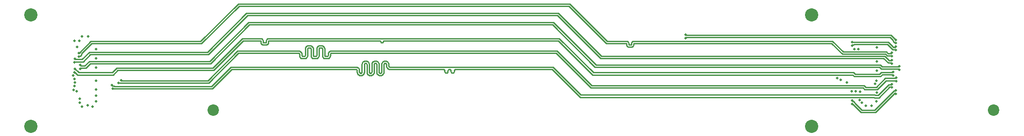
<source format=gbr>
G04 #@! TF.FileFunction,Copper,L6,Bot,Signal*
%FSLAX46Y46*%
G04 Gerber Fmt 4.6, Leading zero omitted, Abs format (unit mm)*
G04 Created by KiCad (PCBNEW 0.201603021449+6606~42~ubuntu14.04.1-product) date Wed 02 Mar 2016 02:15:13 PM PST*
%MOMM*%
G01*
G04 APERTURE LIST*
%ADD10C,0.100000*%
%ADD11C,2.540000*%
%ADD12C,2.200000*%
%ADD13C,0.508000*%
%ADD14C,0.254000*%
G04 APERTURE END LIST*
D10*
D11*
X164500000Y-196000000D03*
X164500000Y-174500000D03*
X14500000Y-174500000D03*
D12*
X49500000Y-192925000D03*
X199505000Y-192925000D03*
D11*
X14500000Y-196000000D03*
D13*
X140300000Y-178999090D03*
X180705564Y-179979902D03*
X172700000Y-181100000D03*
X173500000Y-181137491D03*
X177000000Y-185300000D03*
X177000000Y-183500000D03*
X177000000Y-180800000D03*
X176975000Y-187200000D03*
X177000000Y-189525000D03*
X176975000Y-191200000D03*
X24300000Y-178700000D03*
X23800000Y-179500000D03*
X27000000Y-184675000D03*
X26975000Y-182875000D03*
X27000000Y-181100000D03*
X27000000Y-187200000D03*
X27000000Y-191200000D03*
X27000000Y-190100000D03*
X27000000Y-188900000D03*
X25475000Y-178700000D03*
X22875000Y-179500000D03*
X23325000Y-180750000D03*
X169450000Y-186708410D03*
X22609375Y-186241728D03*
X170050000Y-187080380D03*
X22885259Y-186894448D03*
X171272325Y-187575690D03*
X22976604Y-187548502D03*
X176717516Y-187808138D03*
X22844781Y-188222828D03*
X172225000Y-189250690D03*
X22694573Y-189036204D03*
X172950000Y-189250690D03*
X23300000Y-189300000D03*
X174900000Y-192075000D03*
X176000000Y-192075000D03*
X174175000Y-191475000D03*
X173825000Y-189375000D03*
X173700000Y-190949310D03*
X24300000Y-192250000D03*
X26350000Y-192200000D03*
X25400000Y-192000000D03*
X23875000Y-190700000D03*
X23900000Y-191475000D03*
X140300000Y-178313290D03*
X180695893Y-179319571D03*
X180675000Y-180639597D03*
X172325000Y-179757100D03*
X180675000Y-181300000D03*
X172325000Y-180442900D03*
X179925000Y-181850000D03*
X23700000Y-181900000D03*
X179932677Y-182523006D03*
X23700000Y-182560403D03*
X179950000Y-183250000D03*
X22900000Y-183000000D03*
X179950000Y-183910403D03*
X22883120Y-183680682D03*
X181375000Y-184425000D03*
X23950000Y-184214390D03*
X181375000Y-185085403D03*
X23950000Y-184925000D03*
X180200000Y-185514597D03*
X22900000Y-184925000D03*
X180200000Y-186175000D03*
X22879965Y-185605438D03*
X31842466Y-187132534D03*
X180775000Y-186639597D03*
X31357534Y-187617466D03*
X180775000Y-187300000D03*
X30025000Y-188100000D03*
X179875000Y-187875000D03*
X30191699Y-188739016D03*
X179877390Y-188540029D03*
X180675000Y-189742900D03*
X172300000Y-191717900D03*
X172300000Y-191032100D03*
X180675000Y-189057100D03*
D14*
X180162492Y-179436830D02*
X179597751Y-178872089D01*
X180705564Y-179979902D02*
X180578634Y-179852972D01*
X180578634Y-179852972D02*
X180439860Y-179852972D01*
X180439860Y-179852972D02*
X180162492Y-179575604D01*
X140427001Y-178872089D02*
X140300000Y-178999090D01*
X180162492Y-179575604D02*
X180162492Y-179436830D01*
X179597751Y-178872089D02*
X140427001Y-178872089D01*
X180655890Y-179319571D02*
X179776610Y-178440291D01*
X140427001Y-178440291D02*
X140300000Y-178313290D01*
X179776610Y-178440291D02*
X140427001Y-178440291D01*
X180695893Y-179319571D02*
X180655890Y-179319571D01*
X179262428Y-179757100D02*
X172325000Y-179757100D01*
X180675000Y-180639597D02*
X180675000Y-180639598D01*
X180560698Y-180753900D02*
X180259228Y-180753900D01*
X180675000Y-180639598D02*
X180560698Y-180753900D01*
X180259228Y-180753900D02*
X179262428Y-179757100D01*
X180675000Y-181300000D02*
X180560698Y-181185698D01*
X180560698Y-181185698D02*
X180080370Y-181185698D01*
X172477399Y-180290501D02*
X172325000Y-180442900D01*
X180080370Y-181185698D02*
X179083571Y-180188899D01*
X172682635Y-180188899D02*
X172581033Y-180290501D01*
X179083571Y-180188899D02*
X172682635Y-180188899D01*
X172581033Y-180290501D02*
X172477399Y-180290501D01*
X129347770Y-180253083D02*
X129349846Y-180255159D01*
X129344910Y-180003301D02*
X129344910Y-180244910D01*
X23700000Y-181900000D02*
X23749746Y-181900000D01*
X129187076Y-179675556D02*
X129253453Y-179741933D01*
X117989428Y-172384100D02*
X125189428Y-179584100D01*
X54310572Y-172384100D02*
X117989428Y-172384100D01*
X23749746Y-181900000D02*
X26015646Y-179634100D01*
X129847973Y-180255159D02*
X129850049Y-180253083D01*
X129845488Y-180256721D02*
X129847973Y-180255159D01*
X129894424Y-179821416D02*
X129944366Y-179741933D01*
X179808235Y-181966766D02*
X179925000Y-181850001D01*
X129352331Y-180256721D02*
X129355102Y-180257691D01*
X129018989Y-179594610D02*
X129107593Y-179625614D01*
X130090226Y-179625614D02*
X130178830Y-179594610D01*
X129334399Y-179910020D02*
X129344910Y-180003301D01*
X129303395Y-179821416D02*
X129334399Y-179910020D01*
X26015646Y-179634100D02*
X47060572Y-179634100D01*
X47060572Y-179634100D02*
X54310572Y-172384100D01*
X130010743Y-179675556D02*
X130090226Y-179625614D01*
X125189428Y-179584100D02*
X128925708Y-179584100D01*
X128925708Y-179584100D02*
X129018989Y-179594610D01*
X129358020Y-180258020D02*
X129839800Y-180258020D01*
X129107593Y-179625614D02*
X129187076Y-179675556D01*
X129253453Y-179741933D02*
X129303395Y-179821416D01*
X129344910Y-180244910D02*
X129345238Y-180247827D01*
X129345238Y-180247827D02*
X129346208Y-180250598D01*
X129842717Y-180257691D02*
X129845488Y-180256721D01*
X129346208Y-180250598D02*
X129347770Y-180253083D01*
X129349846Y-180255159D02*
X129352331Y-180256721D01*
X129355102Y-180257691D02*
X129358020Y-180258020D01*
X129839800Y-180258020D02*
X129842717Y-180257691D01*
X129850049Y-180253083D02*
X129851611Y-180250598D01*
X129851611Y-180250598D02*
X129852581Y-180247827D01*
X129852581Y-180247827D02*
X129852910Y-180244910D01*
X129852910Y-180244910D02*
X129852910Y-180003301D01*
X129852910Y-180003301D02*
X129863420Y-179910020D01*
X129863420Y-179910020D02*
X129894424Y-179821416D01*
X129944366Y-179741933D02*
X130010743Y-179675556D01*
X130178830Y-179594610D02*
X130272111Y-179584100D01*
X179925000Y-181850001D02*
X179925000Y-181850000D01*
X130272111Y-179584100D02*
X168489428Y-179584100D01*
X168489428Y-179584100D02*
X170576229Y-181670901D01*
X170576229Y-181670901D02*
X178861623Y-181670901D01*
X178861623Y-181670901D02*
X179157488Y-181966766D01*
X179157488Y-181966766D02*
X179808235Y-181966766D01*
X23700000Y-182560403D02*
X23814311Y-182446092D01*
X129004566Y-180531986D02*
X129070943Y-180598363D01*
X23814311Y-182446092D02*
X23993155Y-182446092D01*
X24246091Y-182193156D02*
X24246091Y-182014312D01*
X179808235Y-182398564D02*
X179932677Y-182523006D01*
X54489428Y-172815900D02*
X117810572Y-172815900D01*
X23993155Y-182446092D02*
X24246091Y-182193156D01*
X130286008Y-180023321D02*
X130287570Y-180020836D01*
X128910249Y-180020836D02*
X128911811Y-180023321D01*
X47239428Y-180065900D02*
X54489428Y-172815900D01*
X128902917Y-180016228D02*
X128905688Y-180017198D01*
X129958789Y-180679309D02*
X130047393Y-180648305D01*
X24246091Y-182014312D02*
X26194503Y-180065900D01*
X129150426Y-180648305D02*
X129239030Y-180679309D01*
X129239030Y-180679309D02*
X129332311Y-180689820D01*
X26194503Y-180065900D02*
X47239428Y-180065900D01*
X117810572Y-172815900D02*
X125010572Y-180015900D01*
X130047393Y-180648305D02*
X130126876Y-180598363D01*
X128905688Y-180017198D02*
X128908173Y-180018760D01*
X125010572Y-180015900D02*
X128900000Y-180015900D01*
X170397363Y-182102691D02*
X178682769Y-182102691D01*
X128900000Y-180015900D02*
X128902917Y-180016228D01*
X128908173Y-180018760D02*
X128910249Y-180020836D01*
X128911811Y-180023321D02*
X128912781Y-180026092D01*
X128912781Y-180026092D02*
X128913110Y-180029010D01*
X128954624Y-180452503D02*
X129004566Y-180531986D01*
X130284710Y-180270618D02*
X130284710Y-180029010D01*
X130289646Y-180018760D02*
X130292131Y-180017198D01*
X130274199Y-180363899D02*
X130284710Y-180270618D01*
X128913110Y-180029010D02*
X128913110Y-180270618D01*
X130193253Y-180531986D02*
X130243195Y-180452503D01*
X128913110Y-180270618D02*
X128923620Y-180363899D01*
X128923620Y-180363899D02*
X128954624Y-180452503D01*
X178682769Y-182102691D02*
X178978642Y-182398564D01*
X129070943Y-180598363D02*
X129150426Y-180648305D01*
X130243195Y-180452503D02*
X130274199Y-180363899D01*
X129332311Y-180689820D02*
X129865508Y-180689820D01*
X130297820Y-180015900D02*
X168310572Y-180015900D01*
X130294902Y-180016228D02*
X130297820Y-180015900D01*
X129865508Y-180689820D02*
X129958789Y-180679309D01*
X130126876Y-180598363D02*
X130193253Y-180531986D01*
X130284710Y-180029010D02*
X130285038Y-180026092D01*
X130285038Y-180026092D02*
X130286008Y-180023321D01*
X130292131Y-180017198D02*
X130294902Y-180016228D01*
X130287570Y-180020836D02*
X130289646Y-180018760D01*
X168310572Y-180015900D02*
X170397363Y-182102691D01*
X178978642Y-182398564D02*
X179808235Y-182398564D01*
X115789428Y-174184100D02*
X124114428Y-182509100D01*
X124114428Y-182509100D02*
X178514428Y-182509100D01*
X55910572Y-174184100D02*
X115789428Y-174184100D01*
X48385572Y-181709100D02*
X55910572Y-174184100D01*
X25735572Y-181709100D02*
X48385572Y-181709100D01*
X179369631Y-183364303D02*
X178514428Y-182509100D01*
X179950000Y-183250000D02*
X179950000Y-183250001D01*
X179835698Y-183364303D02*
X179369631Y-183364303D01*
X179950000Y-183250001D02*
X179835698Y-183364303D01*
X25735572Y-181709100D02*
X24328670Y-183116002D01*
X24328670Y-183116002D02*
X23016002Y-183116002D01*
X23016002Y-183116002D02*
X22900000Y-183000000D01*
X115610572Y-174615900D02*
X123935572Y-182940900D01*
X123935572Y-182940900D02*
X178335572Y-182940900D01*
X56089428Y-174615900D02*
X115610572Y-174615900D01*
X48564428Y-182140900D02*
X56089428Y-174615900D01*
X25914428Y-182140900D02*
X48564428Y-182140900D01*
X179950000Y-183910403D02*
X179835698Y-183796101D01*
X179835698Y-183796101D02*
X179190773Y-183796101D01*
X179190773Y-183796101D02*
X178335572Y-182940900D01*
X25914428Y-182140900D02*
X24507528Y-183547800D01*
X24507528Y-183547800D02*
X23016002Y-183547800D01*
X23016002Y-183547800D02*
X22883120Y-183680682D01*
X114889428Y-175984100D02*
X123064428Y-184159100D01*
X123064428Y-184159100D02*
X177689428Y-184159100D01*
X56310572Y-175984100D02*
X114889428Y-175984100D01*
X48810572Y-183484100D02*
X56310572Y-175984100D01*
X25710572Y-183484100D02*
X48810572Y-183484100D01*
X181260698Y-184539303D02*
X181375000Y-184425001D01*
X23950000Y-184214390D02*
X24089406Y-184353796D01*
X24840876Y-184353796D02*
X25710572Y-183484100D01*
X178069631Y-184539303D02*
X181260698Y-184539303D01*
X24089406Y-184353796D02*
X24840876Y-184353796D01*
X177689428Y-184159100D02*
X178069631Y-184539303D01*
X181375000Y-184425001D02*
X181375000Y-184425000D01*
X114710572Y-176415900D02*
X122885572Y-184590900D01*
X122885572Y-184590900D02*
X177510572Y-184590900D01*
X56489428Y-176415900D02*
X114710572Y-176415900D01*
X48989428Y-183915900D02*
X56489428Y-176415900D01*
X25889428Y-183915900D02*
X48989428Y-183915900D01*
X23950000Y-184925000D02*
X24089406Y-184785594D01*
X24089406Y-184785594D02*
X25019734Y-184785594D01*
X25019734Y-184785594D02*
X25889428Y-183915900D01*
X181260698Y-184971101D02*
X181375000Y-185085403D01*
X177510572Y-184590900D02*
X177890773Y-184971101D01*
X177890773Y-184971101D02*
X181260698Y-184971101D01*
X59718119Y-179441866D02*
X59752152Y-179344605D01*
X59042811Y-179344605D02*
X59076844Y-179441866D01*
X58827876Y-179129670D02*
X58915126Y-179184492D01*
X59706582Y-179544261D02*
X59718119Y-179441866D01*
X23668433Y-185593433D02*
X23673761Y-185593433D01*
X115989428Y-179084100D02*
X122564428Y-185659100D01*
X59967087Y-179129670D02*
X60064348Y-179095637D01*
X22900000Y-184925000D02*
X23047037Y-185072037D01*
X59662590Y-179843546D02*
X59674550Y-179839361D01*
X58915126Y-179184492D02*
X58987989Y-179257355D01*
X59088382Y-179544261D02*
X59088382Y-179788383D01*
X23047037Y-185072037D02*
X23135998Y-185072037D01*
X23673761Y-185593433D02*
X23739428Y-185659100D01*
X59694237Y-179823661D02*
X59700978Y-179812933D01*
X59700978Y-179812933D02*
X59705163Y-179800973D01*
X58628220Y-179084100D02*
X58730615Y-179095637D01*
X23413366Y-185349405D02*
X23413366Y-185338366D01*
X30135572Y-185659100D02*
X31010572Y-184784100D01*
X59109685Y-179832620D02*
X59120413Y-179839361D01*
X55110572Y-179084100D02*
X58628220Y-179084100D01*
X59076844Y-179441866D02*
X59088382Y-179544261D01*
X172864428Y-185984100D02*
X177560572Y-185984100D01*
X23739428Y-185659100D02*
X30135572Y-185659100D01*
X23135998Y-185072037D02*
X23413366Y-185349405D01*
X23413366Y-185338366D02*
X23668433Y-185593433D01*
X31010572Y-184784100D02*
X49410572Y-184784100D01*
X49410572Y-184784100D02*
X55110572Y-179084100D01*
X59093985Y-179812933D02*
X59100726Y-179823661D01*
X59120413Y-179839361D02*
X59132373Y-179843546D01*
X58730615Y-179095637D02*
X58827876Y-179129670D01*
X172539428Y-185659100D02*
X172864428Y-185984100D01*
X58987989Y-179257355D02*
X59042811Y-179344605D01*
X180085698Y-185628900D02*
X180200000Y-185514598D01*
X59088382Y-179788383D02*
X59089800Y-179800973D01*
X59089800Y-179800973D02*
X59093985Y-179812933D01*
X59100726Y-179823661D02*
X59109685Y-179832620D01*
X59706582Y-179788383D02*
X59706582Y-179544261D01*
X59132373Y-179843546D02*
X59144964Y-179844965D01*
X177915772Y-185628900D02*
X180085698Y-185628900D01*
X59144964Y-179844965D02*
X59650000Y-179844965D01*
X59650000Y-179844965D02*
X59662590Y-179843546D01*
X59674550Y-179839361D02*
X59685278Y-179832620D01*
X59685278Y-179832620D02*
X59694237Y-179823661D01*
X59705163Y-179800973D02*
X59706582Y-179788383D01*
X59752152Y-179344605D02*
X59806974Y-179257355D01*
X59806974Y-179257355D02*
X59879837Y-179184492D01*
X59879837Y-179184492D02*
X59967087Y-179129670D01*
X60064348Y-179095637D02*
X60166743Y-179084100D01*
X60166743Y-179084100D02*
X115989428Y-179084100D01*
X122564428Y-185659100D02*
X172539428Y-185659100D01*
X177560572Y-185984100D02*
X177915772Y-185628900D01*
X180200000Y-185514598D02*
X180200000Y-185514597D01*
X22879965Y-185605438D02*
X22969781Y-185605438D01*
X82133191Y-179775863D02*
X82152268Y-179745503D01*
X60170413Y-179521503D02*
X60182373Y-179517318D01*
X55289428Y-179515900D02*
X58600000Y-179515900D01*
X58656582Y-179572482D02*
X58656582Y-179816603D01*
X22969781Y-185605438D02*
X23389574Y-186025231D01*
X60150726Y-179537203D02*
X60159685Y-179528244D01*
X23389574Y-186025231D02*
X23369903Y-186025231D01*
X82172140Y-179640394D02*
X82183983Y-179606549D01*
X23369903Y-186025231D02*
X23435572Y-186090900D01*
X58702152Y-180016259D02*
X58756974Y-180103509D01*
X82183983Y-179606549D02*
X82203060Y-179576189D01*
X23435572Y-186090900D02*
X30314428Y-186090900D01*
X60194964Y-179515900D02*
X81500000Y-179515900D01*
X81599836Y-179550834D02*
X81625191Y-179576189D01*
X81784620Y-179832138D02*
X81820252Y-179836153D01*
X60138382Y-179572482D02*
X60139800Y-179559891D01*
X59678220Y-180276765D02*
X59780615Y-180265227D01*
X60126844Y-179918998D02*
X60138382Y-179816603D01*
X49589428Y-185215900D02*
X55289428Y-179515900D01*
X172360572Y-186090900D02*
X172685572Y-186415900D01*
X82077476Y-179820295D02*
X82107836Y-179801218D01*
X30314428Y-186090900D02*
X31189428Y-185215900D01*
X31189428Y-185215900D02*
X49589428Y-185215900D01*
X82228415Y-179550834D02*
X82258775Y-179531757D01*
X81569476Y-179531757D02*
X81599836Y-179550834D01*
X58655163Y-179559891D02*
X58656582Y-179572482D01*
X58600000Y-179515900D02*
X58612590Y-179517318D01*
X58624550Y-179521503D02*
X58635278Y-179528244D01*
X58612590Y-179517318D02*
X58624550Y-179521503D01*
X82152268Y-179745503D02*
X82164111Y-179711658D01*
X58635278Y-179528244D02*
X58644237Y-179537203D01*
X60037989Y-180103509D02*
X60092811Y-180016259D01*
X59116743Y-180276765D02*
X59678220Y-180276765D01*
X58644237Y-179537203D02*
X58650978Y-179547931D01*
X58650978Y-179547931D02*
X58655163Y-179559891D01*
X60138382Y-179816603D02*
X60138382Y-179572482D01*
X82008000Y-179836153D02*
X82043631Y-179832138D01*
X60182373Y-179517318D02*
X60194964Y-179515900D01*
X58668119Y-179918998D02*
X58702152Y-180016259D01*
X58656582Y-179816603D02*
X58668119Y-179918998D01*
X58756974Y-180103509D02*
X58829837Y-180176372D01*
X81720415Y-179801218D02*
X81750775Y-179820295D01*
X58829837Y-180176372D02*
X58917087Y-180231194D01*
X59014348Y-180265227D02*
X59116743Y-180276765D01*
X58917087Y-180231194D02*
X59014348Y-180265227D01*
X82328252Y-179515900D02*
X115810572Y-179515900D01*
X59780615Y-180265227D02*
X59877876Y-180231194D01*
X59877876Y-180231194D02*
X59965126Y-180176372D01*
X59965126Y-180176372D02*
X60037989Y-180103509D01*
X60092811Y-180016259D02*
X60126844Y-179918998D01*
X81656111Y-179640394D02*
X81664140Y-179711658D01*
X60139800Y-179559891D02*
X60143985Y-179547931D01*
X82292620Y-179519914D02*
X82328252Y-179515900D01*
X60143985Y-179547931D02*
X60150726Y-179537203D01*
X60159685Y-179528244D02*
X60170413Y-179521503D01*
X81500000Y-179515900D02*
X81535631Y-179519914D01*
X81675983Y-179745503D02*
X81695060Y-179775863D01*
X81535631Y-179519914D02*
X81569476Y-179531757D01*
X82203060Y-179576189D02*
X82228415Y-179550834D01*
X81625191Y-179576189D02*
X81644268Y-179606549D01*
X122385572Y-186090900D02*
X172360572Y-186090900D01*
X81695060Y-179775863D02*
X81720415Y-179801218D01*
X81644268Y-179606549D02*
X81656111Y-179640394D01*
X81664140Y-179711658D02*
X81675983Y-179745503D01*
X81750775Y-179820295D02*
X81784620Y-179832138D01*
X81820252Y-179836153D02*
X82008000Y-179836153D01*
X82107836Y-179801218D02*
X82133191Y-179775863D01*
X82043631Y-179832138D02*
X82077476Y-179820295D01*
X82164111Y-179711658D02*
X82172140Y-179640394D01*
X115810572Y-179515900D02*
X122385572Y-186090900D01*
X82258775Y-179531757D02*
X82292620Y-179519914D01*
X178094630Y-186060698D02*
X180085698Y-186060698D01*
X172685572Y-186415900D02*
X177739428Y-186415900D01*
X177739428Y-186415900D02*
X178094630Y-186060698D01*
X180085698Y-186060698D02*
X180200000Y-186175000D01*
X67512623Y-180525669D02*
X67635279Y-180482750D01*
X66556064Y-182430684D02*
X66585215Y-182459835D01*
X48509005Y-187185667D02*
X54210572Y-181484100D01*
X66700000Y-182500000D02*
X67000000Y-182500000D01*
X66515900Y-182315900D02*
X66520515Y-182356866D01*
X68497406Y-180594806D02*
X68589294Y-180686694D01*
X66501350Y-181935279D02*
X66515900Y-182064411D01*
X71059033Y-182495384D02*
X71100000Y-182500000D01*
X69200000Y-182500000D02*
X69240966Y-182495384D01*
X69240966Y-182495384D02*
X69279877Y-182481768D01*
X71710705Y-181702593D02*
X71802593Y-181610705D01*
X70915900Y-181048512D02*
X70915900Y-182315900D01*
X66187376Y-181541568D02*
X66297406Y-181610705D01*
X31842466Y-187132534D02*
X31895599Y-187185667D01*
X67198649Y-180919380D02*
X67241568Y-180796724D01*
X70858431Y-180796724D02*
X70901350Y-180919380D01*
X67179484Y-182356866D02*
X67184100Y-182315900D01*
X68734131Y-182395777D02*
X68756064Y-182430684D01*
X65935588Y-181484100D02*
X66064720Y-181498649D01*
X69964411Y-180468200D02*
X70335588Y-180468200D01*
X71565868Y-182395777D02*
X71579484Y-182356866D01*
X31895599Y-187185667D02*
X48509005Y-187185667D01*
X66064720Y-181498649D02*
X66187376Y-181541568D01*
X67000000Y-182500000D02*
X67040966Y-182495384D01*
X66534131Y-182395777D02*
X66556064Y-182430684D01*
X69510705Y-180686694D02*
X69602593Y-180594806D01*
X180775000Y-186639598D02*
X180775000Y-186639597D01*
X71912623Y-181541568D02*
X72035279Y-181498649D01*
X70587376Y-180525669D02*
X70697406Y-180594806D01*
X70956064Y-182430684D02*
X70985215Y-182459835D01*
X68387376Y-180525669D02*
X68497406Y-180594806D01*
X69441568Y-180796724D02*
X69510705Y-180686694D01*
X69835279Y-180482750D02*
X69964411Y-180468200D01*
X69384100Y-182315900D02*
X69384100Y-181048512D01*
X66515900Y-182064411D02*
X66515900Y-182315900D01*
X71514784Y-182459835D02*
X71543935Y-182430684D01*
X70697406Y-180594806D02*
X70789294Y-180686694D01*
X66585215Y-182459835D02*
X66620122Y-182481768D01*
X54210572Y-181484100D02*
X65935588Y-181484100D01*
X68715900Y-182315900D02*
X68720515Y-182356866D01*
X122264428Y-188159100D02*
X174564428Y-188159100D01*
X66297406Y-181610705D02*
X66389294Y-181702593D01*
X66389294Y-181702593D02*
X66458431Y-181812623D01*
X66458431Y-181812623D02*
X66501350Y-181935279D01*
X71479877Y-182481768D02*
X71514784Y-182459835D01*
X66520515Y-182356866D02*
X66534131Y-182395777D01*
X66620122Y-182481768D02*
X66659033Y-182495384D01*
X68135588Y-180468200D02*
X68264720Y-180482750D01*
X70920515Y-182356866D02*
X70934131Y-182395777D01*
X66659033Y-182495384D02*
X66700000Y-182500000D01*
X67040966Y-182495384D02*
X67079877Y-182481768D01*
X71598649Y-181935279D02*
X71641568Y-181812623D01*
X67079877Y-182481768D02*
X67114784Y-182459835D01*
X67114784Y-182459835D02*
X67143935Y-182430684D01*
X70464720Y-180482750D02*
X70587376Y-180525669D01*
X67143935Y-182430684D02*
X67165868Y-182395777D01*
X67165868Y-182395777D02*
X67179484Y-182356866D01*
X67184100Y-182315900D02*
X67184100Y-181048512D01*
X68701350Y-180919380D02*
X68715900Y-181048512D01*
X67184100Y-181048512D02*
X67198649Y-180919380D01*
X67241568Y-180796724D02*
X67310705Y-180686694D01*
X70915900Y-182315900D02*
X70920515Y-182356866D01*
X67310705Y-180686694D02*
X67402593Y-180594806D01*
X71100000Y-182500000D02*
X71400000Y-182500000D01*
X67402593Y-180594806D02*
X67512623Y-180525669D01*
X67635279Y-180482750D02*
X67764411Y-180468200D01*
X67764411Y-180468200D02*
X68135588Y-180468200D01*
X68264720Y-180482750D02*
X68387376Y-180525669D01*
X68589294Y-180686694D02*
X68658431Y-180796724D01*
X68658431Y-180796724D02*
X68701350Y-180919380D01*
X174877664Y-188472336D02*
X176922336Y-188472336D01*
X68715900Y-181048512D02*
X68715900Y-182315900D01*
X68720515Y-182356866D02*
X68734131Y-182395777D01*
X68756064Y-182430684D02*
X68785215Y-182459835D01*
X68785215Y-182459835D02*
X68820122Y-182481768D01*
X68820122Y-182481768D02*
X68859033Y-182495384D01*
X68859033Y-182495384D02*
X68900000Y-182500000D01*
X70789294Y-180686694D02*
X70858431Y-180796724D01*
X68900000Y-182500000D02*
X69200000Y-182500000D01*
X69279877Y-182481768D02*
X69314784Y-182459835D01*
X69314784Y-182459835D02*
X69343935Y-182430684D01*
X180660698Y-186753900D02*
X180775000Y-186639598D01*
X69343935Y-182430684D02*
X69365868Y-182395777D01*
X69365868Y-182395777D02*
X69379484Y-182356866D01*
X71584100Y-182064411D02*
X71598649Y-181935279D01*
X69379484Y-182356866D02*
X69384100Y-182315900D01*
X69384100Y-181048512D02*
X69398649Y-180919380D01*
X69398649Y-180919380D02*
X69441568Y-180796724D01*
X174564428Y-188159100D02*
X174877664Y-188472336D01*
X69602593Y-180594806D02*
X69712623Y-180525669D01*
X69712623Y-180525669D02*
X69835279Y-180482750D01*
X70335588Y-180468200D02*
X70464720Y-180482750D01*
X70901350Y-180919380D02*
X70915900Y-181048512D01*
X71020122Y-182481768D02*
X71059033Y-182495384D01*
X70934131Y-182395777D02*
X70956064Y-182430684D01*
X70985215Y-182459835D02*
X71020122Y-182481768D01*
X71400000Y-182500000D02*
X71440966Y-182495384D01*
X71440966Y-182495384D02*
X71479877Y-182481768D01*
X71543935Y-182430684D02*
X71565868Y-182395777D01*
X71579484Y-182356866D02*
X71584100Y-182315900D01*
X71584100Y-182315900D02*
X71584100Y-182064411D01*
X71641568Y-181812623D02*
X71710705Y-181702593D01*
X71802593Y-181610705D02*
X71912623Y-181541568D01*
X72035279Y-181498649D02*
X72164411Y-181484100D01*
X72164411Y-181484100D02*
X115589428Y-181484100D01*
X115589428Y-181484100D02*
X122264428Y-188159100D01*
X176922336Y-188472336D02*
X178640772Y-186753900D01*
X178640772Y-186753900D02*
X180660698Y-186753900D01*
X31357534Y-187617466D02*
X31537964Y-187617466D01*
X72001350Y-182480620D02*
X72015900Y-182351488D01*
X68279484Y-181043134D02*
X68284100Y-181084100D01*
X67601350Y-182480620D02*
X67615900Y-182351488D01*
X66065868Y-182020122D02*
X66079484Y-182059033D01*
X31537964Y-187617466D02*
X31586433Y-187665935D01*
X65940966Y-181920515D02*
X65979877Y-181934131D01*
X31586433Y-187665935D02*
X32098499Y-187665935D01*
X32098499Y-187665935D02*
X32146968Y-187617466D01*
X65979877Y-181934131D02*
X66014784Y-181956064D01*
X66302593Y-182805194D02*
X66412623Y-182874331D01*
X66535279Y-182917250D02*
X66664411Y-182931800D01*
X66412623Y-182874331D02*
X66535279Y-182917250D01*
X32146968Y-187617466D02*
X48687862Y-187617466D01*
X66141568Y-182603276D02*
X66210705Y-182713306D01*
X48687862Y-187617466D02*
X54389428Y-181915900D01*
X70702593Y-182805194D02*
X70812623Y-182874331D01*
X54389428Y-181915900D02*
X65900000Y-181915900D01*
X71889294Y-182713306D02*
X71958431Y-182603276D01*
X67615900Y-181084100D02*
X67620515Y-181043134D01*
X66043935Y-181985215D02*
X66065868Y-182020122D01*
X68243935Y-180969316D02*
X68265868Y-181004223D01*
X65900000Y-181915900D02*
X65940966Y-181920515D01*
X69487376Y-182874331D02*
X69597406Y-182805194D01*
X67164720Y-182917250D02*
X67287376Y-182874331D01*
X67720122Y-180918232D02*
X67759033Y-180904616D01*
X68735279Y-182917250D02*
X68864411Y-182931800D01*
X66014784Y-181956064D02*
X66043935Y-181985215D01*
X66084100Y-182100000D02*
X66084100Y-182351488D01*
X71687376Y-182874331D02*
X71797406Y-182805194D01*
X72085215Y-181956064D02*
X72120122Y-181934131D01*
X69364720Y-182917250D02*
X69487376Y-182874331D01*
X122085572Y-188590900D02*
X174385572Y-188590900D01*
X67615900Y-182351488D02*
X67615900Y-181084100D01*
X67397406Y-182805194D02*
X67489294Y-182713306D01*
X70812623Y-182874331D02*
X70935279Y-182917250D01*
X66079484Y-182059033D02*
X66084100Y-182100000D01*
X66084100Y-182351488D02*
X66098649Y-182480620D01*
X66098649Y-182480620D02*
X66141568Y-182603276D01*
X66210705Y-182713306D02*
X66302593Y-182805194D01*
X67685215Y-180940165D02*
X67720122Y-180918232D01*
X69920122Y-180918232D02*
X69959033Y-180904616D01*
X67489294Y-182713306D02*
X67558431Y-182603276D01*
X66664411Y-182931800D02*
X67035588Y-182931800D01*
X68265868Y-181004223D02*
X68279484Y-181043134D01*
X69959033Y-180904616D02*
X70000000Y-180900000D01*
X68298649Y-182480620D02*
X68341568Y-182603276D01*
X69235588Y-182931800D02*
X69364720Y-182917250D01*
X67558431Y-182603276D02*
X67601350Y-182480620D01*
X67035588Y-182931800D02*
X67164720Y-182917250D01*
X67287376Y-182874331D02*
X67397406Y-182805194D01*
X69597406Y-182805194D02*
X69689294Y-182713306D01*
X67620515Y-181043134D02*
X67634131Y-181004223D01*
X174698806Y-188904134D02*
X177101194Y-188904134D01*
X69815900Y-181084100D02*
X69820515Y-181043134D01*
X67634131Y-181004223D02*
X67656064Y-180969316D01*
X68284100Y-181084100D02*
X68284100Y-182351488D01*
X67656064Y-180969316D02*
X67685215Y-180940165D01*
X67759033Y-180904616D02*
X67800000Y-180900000D01*
X72200000Y-181915900D02*
X115410572Y-181915900D01*
X67800000Y-180900000D02*
X68100000Y-180900000D01*
X68100000Y-180900000D02*
X68140966Y-180904616D01*
X68140966Y-180904616D02*
X68179877Y-180918232D01*
X70484100Y-181084100D02*
X70484100Y-182351488D01*
X68179877Y-180918232D02*
X68214784Y-180940165D01*
X68214784Y-180940165D02*
X68243935Y-180969316D01*
X68284100Y-182351488D02*
X68298649Y-182480620D01*
X72120122Y-181934131D02*
X72159033Y-181920515D01*
X68341568Y-182603276D02*
X68410705Y-182713306D01*
X68410705Y-182713306D02*
X68502593Y-182805194D01*
X72034131Y-182020122D02*
X72056064Y-181985215D01*
X68502593Y-182805194D02*
X68612623Y-182874331D01*
X68864411Y-182931800D02*
X69235588Y-182931800D01*
X70479484Y-181043134D02*
X70484100Y-181084100D01*
X68612623Y-182874331D02*
X68735279Y-182917250D01*
X69689294Y-182713306D02*
X69758431Y-182603276D01*
X180660698Y-187185698D02*
X180775000Y-187300000D01*
X70300000Y-180900000D02*
X70340966Y-180904616D01*
X69758431Y-182603276D02*
X69801350Y-182480620D01*
X69801350Y-182480620D02*
X69815900Y-182351488D01*
X69815900Y-182351488D02*
X69815900Y-181084100D01*
X69820515Y-181043134D02*
X69834131Y-181004223D01*
X69834131Y-181004223D02*
X69856064Y-180969316D01*
X70340966Y-180904616D02*
X70379877Y-180918232D01*
X69856064Y-180969316D02*
X69885215Y-180940165D01*
X69885215Y-180940165D02*
X69920122Y-180918232D01*
X70000000Y-180900000D02*
X70300000Y-180900000D01*
X70465868Y-181004223D02*
X70479484Y-181043134D01*
X70379877Y-180918232D02*
X70414784Y-180940165D01*
X70414784Y-180940165D02*
X70443935Y-180969316D01*
X70443935Y-180969316D02*
X70465868Y-181004223D01*
X70484100Y-182351488D02*
X70498649Y-182480620D01*
X70498649Y-182480620D02*
X70541568Y-182603276D01*
X70541568Y-182603276D02*
X70610705Y-182713306D01*
X70610705Y-182713306D02*
X70702593Y-182805194D01*
X70935279Y-182917250D02*
X71064411Y-182931800D01*
X71064411Y-182931800D02*
X71435588Y-182931800D01*
X71564720Y-182917250D02*
X71687376Y-182874331D01*
X71435588Y-182931800D02*
X71564720Y-182917250D01*
X71797406Y-182805194D02*
X71889294Y-182713306D01*
X71958431Y-182603276D02*
X72001350Y-182480620D01*
X72015900Y-182351488D02*
X72015900Y-182100000D01*
X72015900Y-182100000D02*
X72020515Y-182059033D01*
X115410572Y-181915900D02*
X122085572Y-188590900D01*
X72020515Y-182059033D02*
X72034131Y-182020122D01*
X72056064Y-181985215D02*
X72085215Y-181956064D01*
X72159033Y-181920515D02*
X72200000Y-181915900D01*
X174385572Y-188590900D02*
X174698806Y-188904134D01*
X177101194Y-188904134D02*
X178819630Y-187185698D01*
X178819630Y-187185698D02*
X180660698Y-187185698D01*
X77592168Y-185568201D02*
X77610953Y-185621887D01*
X81345000Y-184048692D02*
X81345000Y-185511681D01*
X77585800Y-185230272D02*
X77585800Y-185511681D01*
X79973400Y-185511681D02*
X79973400Y-184048692D01*
X77896320Y-185759312D02*
X77950006Y-185740527D01*
X83249753Y-184440307D02*
X83280014Y-184488467D01*
X79948246Y-185621887D02*
X79967031Y-185568201D01*
X30130614Y-188205615D02*
X30447732Y-188205615D01*
X77569599Y-185086485D02*
X77585800Y-185230272D01*
X83083625Y-183645810D02*
X83160608Y-183768328D01*
X80475785Y-183418720D02*
X80619572Y-183402519D01*
X114789428Y-184584100D02*
X120164428Y-189959100D01*
X81351368Y-185568201D02*
X81370153Y-185621887D01*
X77729593Y-185740527D02*
X77783279Y-185759312D01*
X77998166Y-185710266D02*
X78038385Y-185670047D01*
X79520814Y-185670047D02*
X79561033Y-185710266D01*
X80619572Y-183402519D02*
X80698827Y-183402519D01*
X83280014Y-184488467D02*
X83320233Y-184528686D01*
X80842614Y-183418720D02*
X80979191Y-183466511D01*
X81440633Y-185710266D02*
X81488793Y-185740527D01*
X30447732Y-188205615D02*
X30529076Y-188286959D01*
X81370153Y-185621887D02*
X81400414Y-185670047D01*
X120164428Y-189959100D02*
X176644666Y-189959100D01*
X81846631Y-185568201D02*
X81853000Y-185511681D01*
X77342509Y-184725074D02*
X77444825Y-184827390D01*
X81853000Y-185511681D02*
X81853000Y-184048692D01*
X81993974Y-183645810D02*
X82096290Y-183543494D01*
X78234774Y-183645810D02*
X78337090Y-183543494D01*
X79829606Y-185740527D02*
X79877766Y-185710266D01*
X79099591Y-183466511D02*
X79222109Y-183543494D01*
X77839800Y-185765681D02*
X77896320Y-185759312D01*
X78110000Y-183904905D02*
X78157791Y-183768328D01*
X81345000Y-185511681D02*
X81351368Y-185568201D01*
X79989600Y-183904905D02*
X80037391Y-183768328D01*
X79401408Y-183768328D02*
X79449199Y-183904905D01*
X81542479Y-185759312D02*
X81599000Y-185765681D01*
X176644666Y-189959100D02*
X176743967Y-190058401D01*
X49207713Y-188286959D02*
X52910572Y-184584100D01*
X79222109Y-183543494D02*
X79324425Y-183645810D01*
X179759580Y-187990421D02*
X179875000Y-187875001D01*
X83224600Y-184330100D02*
X83230968Y-184386621D01*
X30529076Y-188286959D02*
X49207713Y-188286959D01*
X30025000Y-188100000D02*
X30025000Y-188100001D01*
X30025000Y-188100001D02*
X30130614Y-188205615D01*
X77681433Y-185710266D02*
X77729593Y-185740527D01*
X52910572Y-184584100D02*
X76939627Y-184584100D01*
X78963014Y-183418720D02*
X79099591Y-183466511D01*
X76939627Y-184584100D02*
X77083414Y-184600300D01*
X80216690Y-183543494D02*
X80339208Y-183466511D01*
X77083414Y-184600300D02*
X77219991Y-184648091D01*
X81655520Y-185759312D02*
X81709206Y-185740527D01*
X77219991Y-184648091D02*
X77342509Y-184725074D01*
X82096290Y-183543494D02*
X82218808Y-183466511D01*
X83478600Y-184584100D02*
X114789428Y-184584100D01*
X77444825Y-184827390D02*
X77521808Y-184949908D01*
X77521808Y-184949908D02*
X77569599Y-185086485D01*
X78739972Y-183402519D02*
X78819227Y-183402519D01*
X80114374Y-183645810D02*
X80216690Y-183543494D01*
X81709206Y-185740527D02*
X81757366Y-185710266D01*
X77585800Y-185511681D02*
X77592168Y-185568201D01*
X77610953Y-185621887D02*
X77641214Y-185670047D01*
X77641214Y-185670047D02*
X77681433Y-185710266D01*
X77783279Y-185759312D02*
X77839800Y-185765681D01*
X77950006Y-185740527D02*
X77998166Y-185710266D01*
X78038385Y-185670047D02*
X78068646Y-185621887D01*
X78068646Y-185621887D02*
X78087431Y-185568201D01*
X78087431Y-185568201D02*
X78093800Y-185511681D01*
X78093800Y-185511681D02*
X78093800Y-184048692D01*
X79324425Y-183645810D02*
X79401408Y-183768328D01*
X79561033Y-185710266D02*
X79609193Y-185740527D01*
X78093800Y-184048692D02*
X78110000Y-183904905D01*
X78157791Y-183768328D02*
X78234774Y-183645810D01*
X78337090Y-183543494D02*
X78459608Y-183466511D01*
X78459608Y-183466511D02*
X78596185Y-183418720D01*
X78596185Y-183418720D02*
X78739972Y-183402519D01*
X78819227Y-183402519D02*
X78963014Y-183418720D01*
X79449199Y-183904905D02*
X79465400Y-184048692D01*
X176743967Y-190058401D02*
X177256033Y-190058401D01*
X79465400Y-184048692D02*
X79465400Y-185511681D01*
X79465400Y-185511681D02*
X79471768Y-185568201D01*
X79471768Y-185568201D02*
X79490553Y-185621887D01*
X79490553Y-185621887D02*
X79520814Y-185670047D01*
X79609193Y-185740527D02*
X79662879Y-185759312D01*
X79662879Y-185759312D02*
X79719400Y-185765681D01*
X79719400Y-185765681D02*
X79775920Y-185759312D01*
X79775920Y-185759312D02*
X79829606Y-185740527D01*
X79877766Y-185710266D02*
X79917985Y-185670047D01*
X79917985Y-185670047D02*
X79948246Y-185621887D01*
X79967031Y-185568201D02*
X79973400Y-185511681D01*
X79973400Y-184048692D02*
X79989600Y-183904905D01*
X83208399Y-183904905D02*
X83224600Y-184048692D01*
X80037391Y-183768328D02*
X80114374Y-183645810D01*
X83422079Y-184577732D02*
X83478600Y-184584100D01*
X80339208Y-183466511D02*
X80475785Y-183418720D01*
X80698827Y-183402519D02*
X80842614Y-183418720D01*
X80979191Y-183466511D02*
X81101709Y-183543494D01*
X81101709Y-183543494D02*
X81204025Y-183645810D01*
X81204025Y-183645810D02*
X81281008Y-183768328D01*
X81281008Y-183768328D02*
X81328799Y-183904905D01*
X81328799Y-183904905D02*
X81345000Y-184048692D01*
X81400414Y-185670047D02*
X81440633Y-185710266D01*
X81488793Y-185740527D02*
X81542479Y-185759312D01*
X179324013Y-187990421D02*
X179759580Y-187990421D01*
X81599000Y-185765681D02*
X81655520Y-185759312D01*
X81757366Y-185710266D02*
X81797585Y-185670047D01*
X81797585Y-185670047D02*
X81827846Y-185621887D01*
X81827846Y-185621887D02*
X81846631Y-185568201D01*
X81853000Y-184048692D02*
X81869200Y-183904905D01*
X82722214Y-183418720D02*
X82858791Y-183466511D01*
X81869200Y-183904905D02*
X81916991Y-183768328D01*
X81916991Y-183768328D02*
X81993974Y-183645810D01*
X82218808Y-183466511D02*
X82355385Y-183418720D01*
X82355385Y-183418720D02*
X82499172Y-183402519D01*
X82499172Y-183402519D02*
X82578427Y-183402519D01*
X82578427Y-183402519D02*
X82722214Y-183418720D01*
X82858791Y-183466511D02*
X82981309Y-183543494D01*
X82981309Y-183543494D02*
X83083625Y-183645810D01*
X83320233Y-184528686D02*
X83368393Y-184558947D01*
X83160608Y-183768328D02*
X83208399Y-183904905D01*
X83224600Y-184048692D02*
X83224600Y-184330100D01*
X83230968Y-184386621D02*
X83249753Y-184440307D01*
X83368393Y-184558947D02*
X83422079Y-184577732D01*
X177256033Y-190058401D02*
X179324013Y-187990421D01*
X179875000Y-187875001D02*
X179875000Y-187875000D01*
X76900000Y-185015900D02*
X76956520Y-185022268D01*
X79399408Y-186133489D02*
X79535985Y-186181280D01*
X179759580Y-188422219D02*
X179877390Y-188540029D01*
X77656385Y-186181280D02*
X77800172Y-186197481D01*
X78525600Y-184088319D02*
X78531968Y-184031799D01*
X80341208Y-185831672D02*
X80388999Y-185695095D01*
X78525600Y-185551308D02*
X78525600Y-184088319D01*
X95734549Y-185617518D02*
X95770290Y-185560637D01*
X179502859Y-188422219D02*
X179759580Y-188422219D01*
X94112953Y-185665021D02*
X94169834Y-185700762D01*
X77154000Y-185269900D02*
X77154000Y-185551308D01*
X78531968Y-184031799D02*
X78550753Y-183978113D01*
X30211958Y-188718757D02*
X49386571Y-188718757D01*
X49386571Y-188718757D02*
X53089428Y-185015900D01*
X53089428Y-185015900D02*
X76900000Y-185015900D01*
X76956520Y-185022268D02*
X77010206Y-185041053D01*
X77058366Y-185071314D02*
X77098585Y-185111533D01*
X77010206Y-185041053D02*
X77058366Y-185071314D01*
X77147631Y-185213379D02*
X77154000Y-185269900D01*
X81279008Y-186133489D02*
X81415585Y-186181280D01*
X95207521Y-185497228D02*
X95229709Y-185560637D01*
X77098585Y-185111533D02*
X77128846Y-185159693D01*
X77397290Y-186056506D02*
X77519808Y-186133489D01*
X80817566Y-183889734D02*
X80857785Y-183929953D01*
X77217991Y-185831672D02*
X77294974Y-185954190D01*
X77128846Y-185159693D02*
X77147631Y-185213379D01*
X77170200Y-185695095D02*
X77217991Y-185831672D01*
X94629709Y-185185734D02*
X94665450Y-185128853D01*
X82284800Y-185551308D02*
X82284800Y-184088319D01*
X77154000Y-185551308D02*
X77170200Y-185695095D01*
X79027231Y-184031799D02*
X79033600Y-184088319D01*
X77519808Y-186133489D02*
X77656385Y-186181280D01*
X77294974Y-185954190D02*
X77397290Y-186056506D01*
X93700000Y-185015900D02*
X93766756Y-185023421D01*
X77800172Y-186197481D02*
X77879427Y-186197481D01*
X94712953Y-185081350D02*
X94769834Y-185045609D01*
X77879427Y-186197481D02*
X78023214Y-186181280D01*
X79535985Y-186181280D02*
X79679772Y-186197481D01*
X78023214Y-186181280D02*
X78159791Y-186133489D01*
X78159791Y-186133489D02*
X78282309Y-186056506D01*
X94007521Y-185497228D02*
X94029709Y-185560637D01*
X94430165Y-185700762D02*
X94487046Y-185665021D01*
X78282309Y-186056506D02*
X78384625Y-185954190D01*
X79679772Y-186197481D02*
X79759027Y-186197481D01*
X82767646Y-183978113D02*
X82786431Y-184031799D01*
X78384625Y-185954190D02*
X78461608Y-185831672D01*
X78461608Y-185831672D02*
X78509399Y-185695095D01*
X94900000Y-185015900D02*
X94966756Y-185023421D01*
X93992478Y-185249143D02*
X94000000Y-185315900D01*
X78509399Y-185695095D02*
X78525600Y-185551308D01*
X82737385Y-183929953D02*
X82767646Y-183978113D01*
X78550753Y-183978113D02*
X78581014Y-183929953D01*
X81638627Y-186197481D02*
X81782414Y-186181280D01*
X80405200Y-184088319D02*
X80411568Y-184031799D01*
X95200000Y-185430472D02*
X95207521Y-185497228D01*
X78621233Y-183889734D02*
X78669393Y-183859473D01*
X78581014Y-183929953D02*
X78621233Y-183889734D01*
X81054174Y-185954190D02*
X81156490Y-186056506D01*
X78669393Y-183859473D02*
X78723079Y-183840688D01*
X95566756Y-185722950D02*
X95630165Y-185700762D01*
X95800000Y-185315900D02*
X95807521Y-185249143D01*
X82786431Y-184031799D02*
X82792800Y-184088319D01*
X82856791Y-184650092D02*
X82933774Y-184772610D01*
X81782414Y-186181280D02*
X81918991Y-186133489D01*
X78723079Y-183840688D02*
X78779600Y-183834319D01*
X78779600Y-183834319D02*
X78836120Y-183840688D01*
X95170290Y-185185734D02*
X95192478Y-185249143D01*
X80500833Y-183889734D02*
X80548993Y-183859473D01*
X78836120Y-183840688D02*
X78889806Y-183859473D01*
X78889806Y-183859473D02*
X78937966Y-183889734D01*
X80161909Y-186056506D02*
X80264225Y-185954190D01*
X80264225Y-185954190D02*
X80341208Y-185831672D01*
X78937966Y-183889734D02*
X78978185Y-183929953D01*
X78978185Y-183929953D02*
X79008446Y-183978113D01*
X114610572Y-185015900D02*
X120010572Y-190415900D01*
X93970290Y-185185734D02*
X93992478Y-185249143D01*
X79008446Y-183978113D02*
X79027231Y-184031799D01*
X79033600Y-184088319D02*
X79033600Y-185551308D01*
X94769834Y-185045609D02*
X94833243Y-185023421D01*
X79033600Y-185551308D02*
X79049800Y-185695095D01*
X82268599Y-185695095D02*
X82284800Y-185551308D01*
X79049800Y-185695095D02*
X79097591Y-185831672D01*
X79097591Y-185831672D02*
X79174574Y-185954190D01*
X95087046Y-185081350D02*
X95134549Y-185128853D01*
X95433243Y-185722950D02*
X95500000Y-185730472D01*
X83438972Y-185015900D02*
X93700000Y-185015900D01*
X82309953Y-183978113D02*
X82340214Y-183929953D01*
X82143825Y-185954190D02*
X82220808Y-185831672D01*
X79174574Y-185954190D02*
X79276890Y-186056506D01*
X94300000Y-185730472D02*
X94366756Y-185722950D01*
X93766756Y-185023421D02*
X93830165Y-185045609D01*
X79276890Y-186056506D02*
X79399408Y-186133489D01*
X79759027Y-186197481D02*
X79902814Y-186181280D01*
X80411568Y-184031799D02*
X80430353Y-183978113D01*
X79902814Y-186181280D02*
X80039391Y-186133489D01*
X80039391Y-186133489D02*
X80161909Y-186056506D01*
X95865450Y-185128853D02*
X95912953Y-185081350D01*
X80388999Y-185695095D02*
X80405200Y-185551308D01*
X80405200Y-185551308D02*
X80405200Y-184088319D01*
X82482279Y-183840688D02*
X82538800Y-183834319D01*
X95200000Y-185315900D02*
X95200000Y-185430472D01*
X95829709Y-185185734D02*
X95865450Y-185128853D01*
X80460614Y-183929953D02*
X80500833Y-183889734D01*
X80430353Y-183978113D02*
X80460614Y-183929953D01*
X80548993Y-183859473D02*
X80602679Y-183840688D01*
X82792800Y-184369728D02*
X82809000Y-184513515D01*
X80602679Y-183840688D02*
X80659200Y-183834319D01*
X82220808Y-185831672D02*
X82268599Y-185695095D01*
X80659200Y-183834319D02*
X80715720Y-183840688D01*
X81918991Y-186133489D02*
X82041509Y-186056506D01*
X80715720Y-183840688D02*
X80769406Y-183859473D01*
X80769406Y-183859473D02*
X80817566Y-183889734D01*
X80857785Y-183929953D02*
X80888046Y-183978113D01*
X95192478Y-185249143D02*
X95200000Y-185315900D01*
X80888046Y-183978113D02*
X80906831Y-184031799D01*
X93887046Y-185081350D02*
X93934549Y-185128853D01*
X94029709Y-185560637D02*
X94065450Y-185617518D01*
X80906831Y-184031799D02*
X80913200Y-184088319D01*
X80913200Y-184088319D02*
X80913200Y-185551308D01*
X94607521Y-185249143D02*
X94629709Y-185185734D01*
X80913200Y-185551308D02*
X80929400Y-185695095D01*
X95687046Y-185665021D02*
X95734549Y-185617518D01*
X80929400Y-185695095D02*
X80977191Y-185831672D01*
X94600000Y-185430472D02*
X94600000Y-185315900D01*
X80977191Y-185831672D02*
X81054174Y-185954190D01*
X94534549Y-185617518D02*
X94570290Y-185560637D01*
X81559372Y-186197481D02*
X81638627Y-186197481D01*
X95969834Y-185045609D02*
X96033243Y-185023421D01*
X81156490Y-186056506D02*
X81279008Y-186133489D01*
X81415585Y-186181280D02*
X81559372Y-186197481D01*
X82041509Y-186056506D02*
X82143825Y-185954190D01*
X82284800Y-184088319D02*
X82291168Y-184031799D01*
X82291168Y-184031799D02*
X82309953Y-183978113D01*
X82340214Y-183929953D02*
X82380433Y-183889734D01*
X82380433Y-183889734D02*
X82428593Y-183859473D01*
X82428593Y-183859473D02*
X82482279Y-183840688D01*
X96100000Y-185015900D02*
X114610572Y-185015900D01*
X82538800Y-183834319D02*
X82595320Y-183840688D01*
X96033243Y-185023421D02*
X96100000Y-185015900D01*
X82595320Y-183840688D02*
X82649006Y-183859473D01*
X82649006Y-183859473D02*
X82697166Y-183889734D01*
X82697166Y-183889734D02*
X82737385Y-183929953D01*
X82792800Y-184088319D02*
X82792800Y-184369728D01*
X95807521Y-185249143D02*
X95829709Y-185185734D01*
X82809000Y-184513515D02*
X82856791Y-184650092D01*
X82933774Y-184772610D02*
X83036090Y-184874926D01*
X83036090Y-184874926D02*
X83158608Y-184951909D01*
X83158608Y-184951909D02*
X83295185Y-184999700D01*
X83295185Y-184999700D02*
X83438972Y-185015900D01*
X94169834Y-185700762D02*
X94233243Y-185722950D01*
X93830165Y-185045609D02*
X93887046Y-185081350D01*
X94233243Y-185722950D02*
X94300000Y-185730472D01*
X93934549Y-185128853D02*
X93970290Y-185185734D01*
X94000000Y-185315900D02*
X94000000Y-185430472D01*
X94592478Y-185497228D02*
X94600000Y-185430472D01*
X94000000Y-185430472D02*
X94007521Y-185497228D01*
X94065450Y-185617518D02*
X94112953Y-185665021D01*
X94366756Y-185722950D02*
X94430165Y-185700762D01*
X94487046Y-185665021D02*
X94534549Y-185617518D01*
X94570290Y-185560637D02*
X94592478Y-185497228D01*
X94600000Y-185315900D02*
X94607521Y-185249143D01*
X94665450Y-185128853D02*
X94712953Y-185081350D01*
X95265450Y-185617518D02*
X95312953Y-185665021D01*
X94833243Y-185023421D02*
X94900000Y-185015900D01*
X95800000Y-185430472D02*
X95800000Y-185315900D01*
X94966756Y-185023421D02*
X95030165Y-185045609D01*
X95229709Y-185560637D02*
X95265450Y-185617518D01*
X95030165Y-185045609D02*
X95087046Y-185081350D01*
X95134549Y-185128853D02*
X95170290Y-185185734D01*
X95630165Y-185700762D02*
X95687046Y-185665021D01*
X95312953Y-185665021D02*
X95369834Y-185700762D01*
X95369834Y-185700762D02*
X95433243Y-185722950D01*
X95500000Y-185730472D02*
X95566756Y-185722950D01*
X95770290Y-185560637D02*
X95792478Y-185497228D01*
X95792478Y-185497228D02*
X95800000Y-185430472D01*
X95912953Y-185081350D02*
X95969834Y-185045609D01*
X120010572Y-190415900D02*
X176490822Y-190415900D01*
X176490822Y-190415900D02*
X176565113Y-190490191D01*
X176565113Y-190490191D02*
X177434886Y-190490192D01*
X177434886Y-190490192D02*
X179502859Y-188422219D01*
X30191699Y-188739016D02*
X30211958Y-188718757D01*
X30211958Y-188718757D02*
X30213429Y-188718757D01*
X176814428Y-193315900D02*
X173973143Y-193315900D01*
X173973143Y-193315900D02*
X172375143Y-191717900D01*
X172375143Y-191717900D02*
X172300000Y-191717900D01*
X180514429Y-189615899D02*
X176814428Y-193315900D01*
X180675000Y-189742900D02*
X180547999Y-189615899D01*
X180547999Y-189615899D02*
X180514429Y-189615899D01*
X176635572Y-192884100D02*
X174152000Y-192884100D01*
X172452399Y-191184499D02*
X172300000Y-191032100D01*
X174152000Y-192884100D02*
X172833401Y-191565501D01*
X172556033Y-191184499D02*
X172452399Y-191184499D01*
X172833401Y-191565501D02*
X172833401Y-191461867D01*
X172833401Y-191461867D02*
X172556033Y-191184499D01*
X180335571Y-189184101D02*
X176635572Y-192884100D01*
X180675000Y-189057100D02*
X180547999Y-189184101D01*
X180547999Y-189184101D02*
X180335571Y-189184101D01*
M02*

</source>
